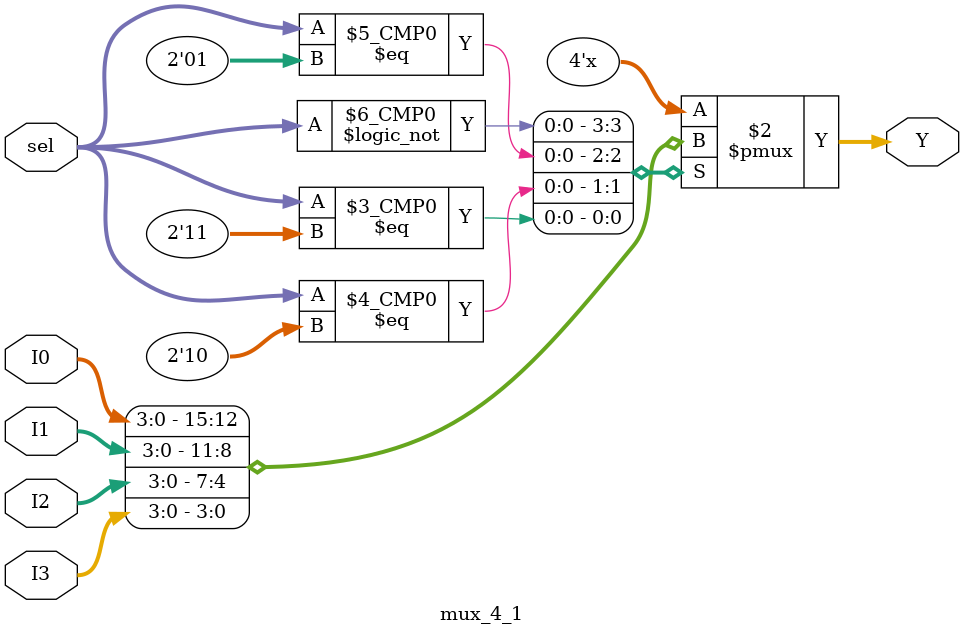
<source format=v>
`timescale 1ns / 1ps
module mux_4_1(
    input [3:0] I0, I1, I2, I3,
    input [1:0] sel,
    output reg [3:0] Y
);

always @(*) begin
    case (sel)
    2'b00: Y <= I0;
    2'b01: Y <= I1;
    2'b10: Y <= I2;
    2'b11: Y <= I3;
    endcase 
end 
endmodule

</source>
